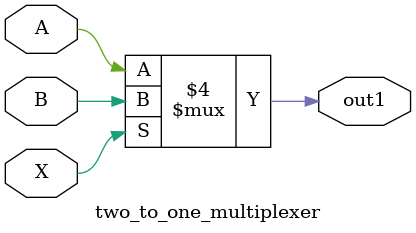
<source format=v>
module two_to_one_multiplexer (
    A,B,X,out1
);
input A,B,X;
output out1;

always@(*)
begin
    if (X==0)
        out1=A;
    else
        out1 =B;
end

endmodule
</source>
